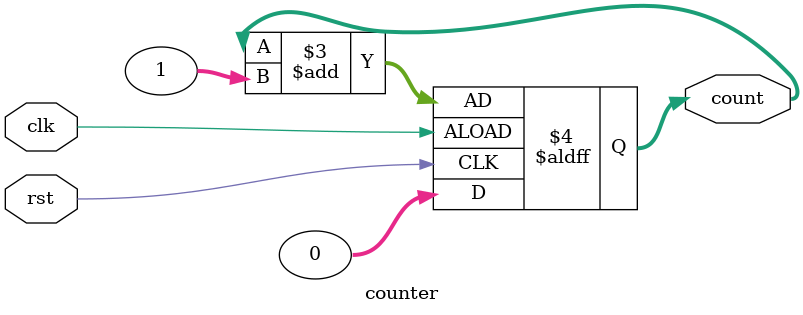
<source format=v>
module counter(input clk, input rst, output reg [31:0] count);

always@(posedge clk or posedge rst) begin
    if(clk == 1) begin
        count <= count + 32'b1;
    end else if(rst) begin
        count <= 32'b0;
    end else begin
        count <= count;
    end
end

endmodule

// module counter (
//   input clk,
//   input rst,
//   output reg [31:0] count
// );

// always @(posedge clk or posedge rst) begin
//     if (rst) begin
//         count <= 32'b0;
//     end else begin
//         count <= count + 32'b1;
//     end
// end

// endmodule
</source>
